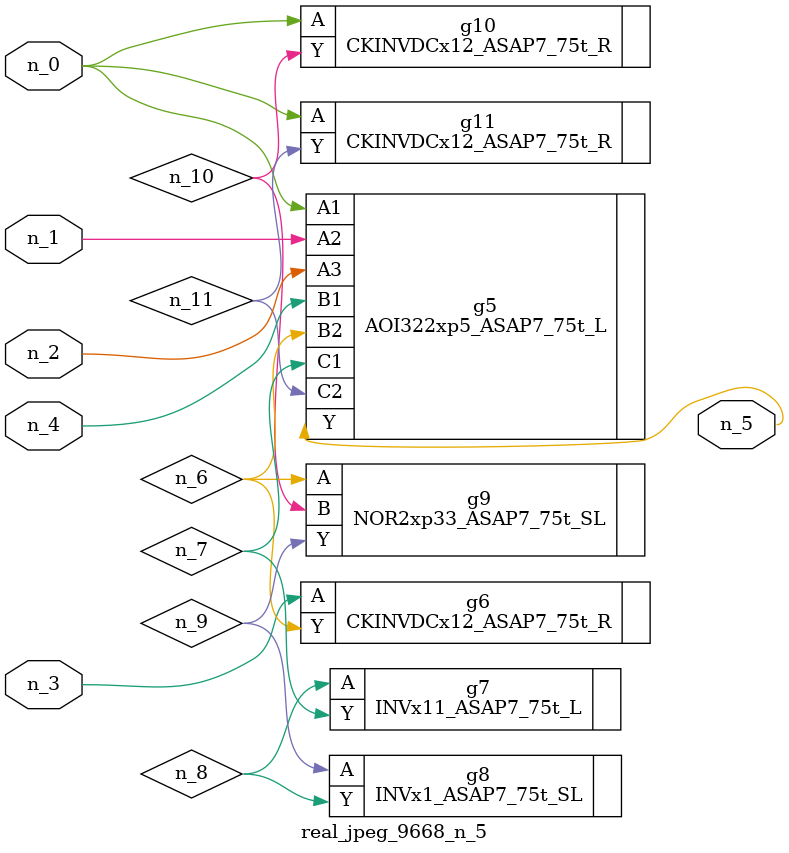
<source format=v>
module real_jpeg_9668_n_5 (n_4, n_0, n_1, n_2, n_3, n_5);

input n_4;
input n_0;
input n_1;
input n_2;
input n_3;

output n_5;

wire n_8;
wire n_11;
wire n_6;
wire n_7;
wire n_10;
wire n_9;

AOI322xp5_ASAP7_75t_L g5 ( 
.A1(n_0),
.A2(n_1),
.A3(n_2),
.B1(n_4),
.B2(n_6),
.C1(n_7),
.C2(n_11),
.Y(n_5)
);

CKINVDCx12_ASAP7_75t_R g10 ( 
.A(n_0),
.Y(n_10)
);

CKINVDCx12_ASAP7_75t_R g11 ( 
.A(n_0),
.Y(n_11)
);

CKINVDCx12_ASAP7_75t_R g6 ( 
.A(n_3),
.Y(n_6)
);

NOR2xp33_ASAP7_75t_SL g9 ( 
.A(n_6),
.B(n_10),
.Y(n_9)
);

INVx11_ASAP7_75t_L g7 ( 
.A(n_8),
.Y(n_7)
);

INVx1_ASAP7_75t_SL g8 ( 
.A(n_9),
.Y(n_8)
);


endmodule
</source>
